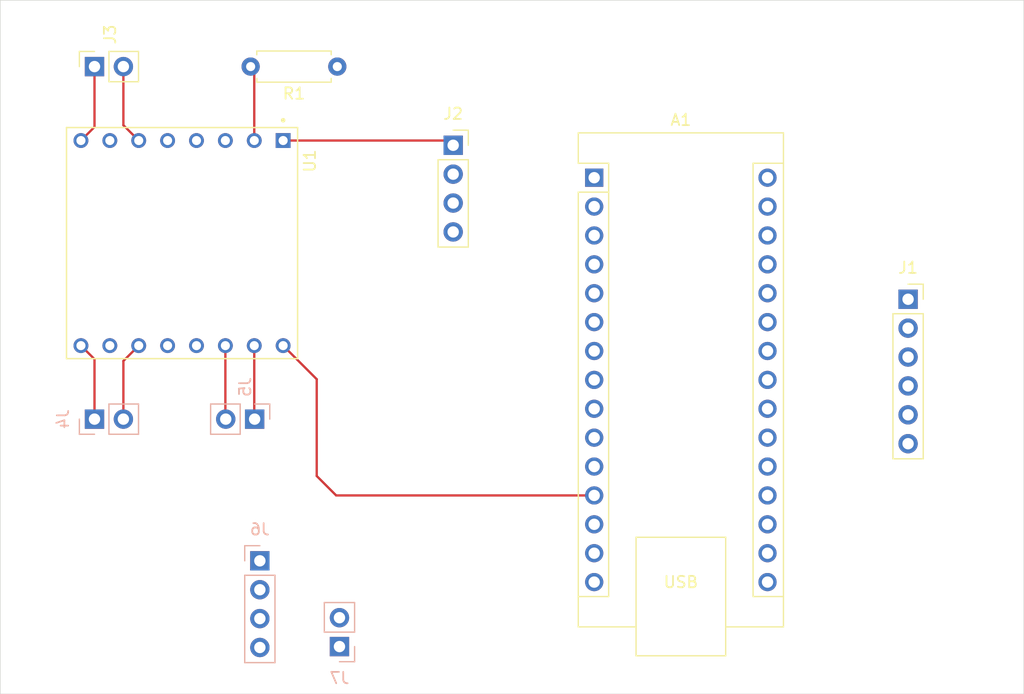
<source format=kicad_pcb>
(kicad_pcb (version 20241229) (generator "pcbnew") (generator_version "9.0")
  (title_block (title "driver assist") (date "2026-02-11") (rev "1.0") (company "ram ganesh k r"))
  (layers (0 "F.Cu" signal) (2 "B.Cu" signal) (13 "F.Paste" user) (15 "B.Paste" user) (5 "F.SilkS" user "F.Silkscreen") (7 "B.SilkS" user "B.Silkscreen") (1 "F.Mask" user) (3 "B.Mask" user) (25 "Edge.Cuts" user))
  (net 0 "")
  (net 2 "Net-(A1-D3)")
  (net 4 "Net-(A1-D2)")
  (net 5 "+3.3V")
  (net 7 "Net-(A1-D9)")
  (net 8 "Net-(A1-D5)")
  (net 10 "Net-(A1-D7)")
  (net 11 "Net-(A1-A4)")
  (net 12 "Net-(A1-A5)")
  (net 13 "Net-(A1-D11)")
  (net 14 "Net-(A1-D10)")
  (net 17 "Net-(A1-D8)")
  (net 21 "GND 1")
  (net 22 "+5V")
  (net 23 "GND 2")
  (net 25 "Net-(A1-D0{slash}RX)")
  (net 27 "Net-(A1-D1{slash}TX)")
  (net 28 "Net-(A1-D4)")
  (net 30 "Net-(A1-D6)")
  (net 31 "Net-(J3-Pin_1)")
  (net 32 "Net-(J3-Pin_2)")
  (net 33 "Net-(J4-Pin_2)")
  (net 34 "Net-(J4-Pin_1)")
  (net 35 "Net-(J5-Pin_2)")
  (net 36 "Net-(J5-Pin_1)")
  (net 37 "Net-(U1-RX)")
  (footprint "Connector_PinSocket_2.54mm:PinSocket_1x04_P2.54mm_Vertical" (layer "F.Cu") (at 147 80.92)
    (property "Reference" "J2" (at 0 -2.77 0) (layer "F.SilkS"))
    (property "Value" "NEO 6M GPS")
    (fp_line (start -1.33 1.27) (end -1.33 8.95) (stroke (width 0.12)) (layer "F.SilkS"))
    (fp_line (start -1.33 1.27) (end 1.33 1.27) (stroke (width 0.12)) (layer "F.SilkS"))
    (fp_line (start -1.33 8.95) (end 1.33 8.95) (stroke (width 0.12)) (layer "F.SilkS"))
    (fp_line (start 0 -1.33) (end 1.33 -1.33) (stroke (width 0.12)) (layer "F.SilkS"))
    (fp_line (start 1.33 -1.33) (end 1.33 0) (stroke (width 0.12)) (layer "F.SilkS"))
    (fp_line (start 1.33 1.27) (end 1.33 8.95) (stroke (width 0.12)) (layer "F.SilkS"))
    (pad "1" thru_hole rect (at 0 0) (size 1.7 1.7) (drill 1) (layers "*.Cu" "*.Mask") (net 22 "+5V"))
    (pad "2" thru_hole circle (at 0 2.54) (size 1.7 1.7) (drill 1) (layers "*.Cu" "*.Mask") (net 27 "Net-(A1-D1{slash}TX)"))
    (pad "3" thru_hole circle (at 0 5.08) (size 1.7 1.7) (drill 1) (layers "*.Cu" "*.Mask") (net 25 "Net-(A1-D0{slash}RX)"))
    (pad "4" thru_hole circle (at 0 7.62) (size 1.7 1.7) (drill 1) (layers "*.Cu" "*.Mask") (net 23 "GND 2"))
  )
  (footprint "Module:Arduino_Nano" (layer "F.Cu") (at 159.4 83.77)
    (property "Reference" "A1" (at 7.62 -5.08 0) (layer "F.SilkS"))
    (property "Value" "Arduino_Nano_v2.x")
    (fp_line (start -1.4 -3.94) (end -1.4 -1.27) (stroke (width 0.12)) (layer "F.SilkS"))
    (fp_line (start -1.4 1.27) (end -1.4 39.5) (stroke (width 0.12)) (layer "F.SilkS"))
    (fp_line (start -1.4 39.5) (end 3.68 39.5) (stroke (width 0.12)) (layer "F.SilkS"))
    (fp_line (start 1.27 -1.27) (end -1.4 -1.27) (stroke (width 0.12)) (layer "F.SilkS"))
    (fp_line (start 1.27 1.27) (end -1.4 1.27) (stroke (width 0.12)) (layer "F.SilkS"))
    (fp_line (start 1.27 1.27) (end 1.27 -1.27) (stroke (width 0.12)) (layer "F.SilkS"))
    (fp_line (start 1.27 1.27) (end 1.27 36.83) (stroke (width 0.12)) (layer "F.SilkS"))
    (fp_line (start 1.27 36.83) (end -1.4 36.83) (stroke (width 0.12)) (layer "F.SilkS"))
    (fp_line (start 3.68 31.62) (end 11.56 31.62) (stroke (width 0.12)) (layer "F.SilkS"))
    (fp_line (start 3.68 42.04) (end 3.68 31.62) (stroke (width 0.12)) (layer "F.SilkS"))
    (fp_line (start 11.56 31.62) (end 11.56 42.04) (stroke (width 0.12)) (layer "F.SilkS"))
    (fp_line (start 11.56 42.04) (end 3.68 42.04) (stroke (width 0.12)) (layer "F.SilkS"))
    (fp_line (start 13.97 -1.27) (end 13.97 36.83) (stroke (width 0.12)) (layer "F.SilkS"))
    (fp_line (start 13.97 -1.27) (end 16.64 -1.27) (stroke (width 0.12)) (layer "F.SilkS"))
    (fp_line (start 13.97 36.83) (end 16.64 36.83) (stroke (width 0.12)) (layer "F.SilkS"))
    (fp_line (start 16.64 -3.94) (end -1.4 -3.94) (stroke (width 0.12)) (layer "F.SilkS"))
    (fp_line (start 16.64 39.5) (end 11.56 39.5) (stroke (width 0.12)) (layer "F.SilkS"))
    (fp_line (start 16.64 39.5) (end 16.64 -3.94) (stroke (width 0.12)) (layer "F.SilkS"))
    (fp_text user "USB" (at 7.62 35.56 0) (layer "F.SilkS"))
    (pad "1" thru_hole rect (at 0 0) (size 1.6 1.6) (drill 1) (layers "*.Cu" "*.Mask") (net 27 "Net-(A1-D1{slash}TX)"))
    (pad "2" thru_hole oval (at 0 2.54) (size 1.6 1.6) (drill 1) (layers "*.Cu" "*.Mask") (net 25 "Net-(A1-D0{slash}RX)"))
    (pad "3" thru_hole oval (at 0 5.08) (size 1.6 1.6) (drill 1) (layers "*.Cu" "*.Mask"))
    (pad "4" thru_hole oval (at 0 7.62) (size 1.6 1.6) (drill 1) (layers "*.Cu" "*.Mask") (net 23 "GND 2"))
    (pad "5" thru_hole oval (at 0 10.16) (size 1.6 1.6) (drill 1) (layers "*.Cu" "*.Mask") (net 4 "Net-(A1-D2)"))
    (pad "6" thru_hole oval (at 0 12.7) (size 1.6 1.6) (drill 1) (layers "*.Cu" "*.Mask") (net 2 "Net-(A1-D3)"))
    (pad "7" thru_hole oval (at 0 15.24) (size 1.6 1.6) (drill 1) (layers "*.Cu" "*.Mask") (net 28 "Net-(A1-D4)"))
    (pad "8" thru_hole oval (at 0 17.78) (size 1.6 1.6) (drill 1) (layers "*.Cu" "*.Mask") (net 8 "Net-(A1-D5)"))
    (pad "9" thru_hole oval (at 0 20.32) (size 1.6 1.6) (drill 1) (layers "*.Cu" "*.Mask") (net 30 "Net-(A1-D6)"))
    (pad "10" thru_hole oval (at 0 22.86) (size 1.6 1.6) (drill 1) (layers "*.Cu" "*.Mask") (net 10 "Net-(A1-D7)"))
    (pad "11" thru_hole oval (at 0 25.4) (size 1.6 1.6) (drill 1) (layers "*.Cu" "*.Mask") (net 17 "Net-(A1-D8)"))
    (pad "12" thru_hole oval (at 0 27.94) (size 1.6 1.6) (drill 1) (layers "*.Cu" "*.Mask") (net 7 "Net-(A1-D9)"))
    (pad "13" thru_hole oval (at 0 30.48) (size 1.6 1.6) (drill 1) (layers "*.Cu" "*.Mask") (net 14 "Net-(A1-D10)"))
    (pad "14" thru_hole oval (at 0 33.02) (size 1.6 1.6) (drill 1) (layers "*.Cu" "*.Mask") (net 13 "Net-(A1-D11)"))
    (pad "15" thru_hole oval (at 0 35.56) (size 1.6 1.6) (drill 1) (layers "*.Cu" "*.Mask"))
    (pad "16" thru_hole oval (at 15.24 35.56) (size 1.6 1.6) (drill 1) (layers "*.Cu" "*.Mask"))
    (pad "17" thru_hole oval (at 15.24 33.02) (size 1.6 1.6) (drill 1) (layers "*.Cu" "*.Mask") (net 5 "+3.3V"))
    (pad "18" thru_hole oval (at 15.24 30.48) (size 1.6 1.6) (drill 1) (layers "*.Cu" "*.Mask"))
    (pad "19" thru_hole oval (at 15.24 27.94) (size 1.6 1.6) (drill 1) (layers "*.Cu" "*.Mask"))
    (pad "20" thru_hole oval (at 15.24 25.4) (size 1.6 1.6) (drill 1) (layers "*.Cu" "*.Mask"))
    (pad "21" thru_hole oval (at 15.24 22.86) (size 1.6 1.6) (drill 1) (layers "*.Cu" "*.Mask"))
    (pad "22" thru_hole oval (at 15.24 20.32) (size 1.6 1.6) (drill 1) (layers "*.Cu" "*.Mask"))
    (pad "23" thru_hole oval (at 15.24 17.78) (size 1.6 1.6) (drill 1) (layers "*.Cu" "*.Mask") (net 11 "Net-(A1-A4)"))
    (pad "24" thru_hole oval (at 15.24 15.24) (size 1.6 1.6) (drill 1) (layers "*.Cu" "*.Mask") (net 12 "Net-(A1-A5)"))
    (pad "25" thru_hole oval (at 15.24 12.7) (size 1.6 1.6) (drill 1) (layers "*.Cu" "*.Mask"))
    (pad "26" thru_hole oval (at 15.24 10.16) (size 1.6 1.6) (drill 1) (layers "*.Cu" "*.Mask"))
    (pad "27" thru_hole oval (at 15.24 7.62) (size 1.6 1.6) (drill 1) (layers "*.Cu" "*.Mask") (net 22 "+5V"))
    (pad "28" thru_hole oval (at 15.24 5.08) (size 1.6 1.6) (drill 1) (layers "*.Cu" "*.Mask"))
    (pad "29" thru_hole oval (at 15.24 2.54) (size 1.6 1.6) (drill 1) (layers "*.Cu" "*.Mask") (net 21 "GND 1"))
    (pad "30" thru_hole oval (at 15.24 0) (size 1.6 1.6) (drill 1) (layers "*.Cu" "*.Mask"))
  )
  (footprint "Connector_PinSocket_2.54mm:PinSocket_1x06_P2.54mm_Vertical" (layer "F.Cu") (at 187 94.46)
    (property "Reference" "J1" (at 0 -2.77 0) (layer "F.SilkS"))
    (property "Value" "APDS 9960")
    (fp_line (start -1.33 1.27) (end -1.33 14.03) (stroke (width 0.12)) (layer "F.SilkS"))
    (fp_line (start -1.33 1.27) (end 1.33 1.27) (stroke (width 0.12)) (layer "F.SilkS"))
    (fp_line (start -1.33 14.03) (end 1.33 14.03) (stroke (width 0.12)) (layer "F.SilkS"))
    (fp_line (start 0 -1.33) (end 1.33 -1.33) (stroke (width 0.12)) (layer "F.SilkS"))
    (fp_line (start 1.33 -1.33) (end 1.33 0) (stroke (width 0.12)) (layer "F.SilkS"))
    (fp_line (start 1.33 1.27) (end 1.33 14.03) (stroke (width 0.12)) (layer "F.SilkS"))
    (pad "1" thru_hole rect (at 0 0) (size 1.7 1.7) (drill 1) (layers "*.Cu" "*.Mask") (net 5 "+3.3V"))
    (pad "2" thru_hole circle (at 0 2.54) (size 1.7 1.7) (drill 1) (layers "*.Cu" "*.Mask") (net 21 "GND 1"))
    (pad "3" thru_hole circle (at 0 5.08) (size 1.7 1.7) (drill 1) (layers "*.Cu" "*.Mask") (net 22 "+5V"))
    (pad "4" thru_hole circle (at 0 7.62) (size 1.7 1.7) (drill 1) (layers "*.Cu" "*.Mask") (net 11 "Net-(A1-A4)"))
    (pad "5" thru_hole circle (at 0 10.16) (size 1.7 1.7) (drill 1) (layers "*.Cu" "*.Mask") (net 12 "Net-(A1-A5)"))
    (pad "6" thru_hole circle (at 0 12.7) (size 1.7 1.7) (drill 1) (layers "*.Cu" "*.Mask") (net 4 "Net-(A1-D2)"))
  )
  (footprint "Connector_PinSocket_2.54mm:PinSocket_1x02_P2.54mm_Vertical" (layer "F.Cu") (at 115.46 74 90)
    (property "Reference" "J3" (at 2.825 1.37 90) (layer "F.SilkS"))
    (property "Value" "Speaker")
    (fp_line (start 1.33 -1.33) (end 1.33 0) (stroke (width 0.12)) (layer "F.SilkS"))
    (fp_line (start 0 -1.33) (end 1.33 -1.33) (stroke (width 0.12)) (layer "F.SilkS"))
    (fp_line (start 1.33 1.27) (end 1.33 3.87) (stroke (width 0.12)) (layer "F.SilkS"))
    (fp_line (start -1.33 1.27) (end 1.33 1.27) (stroke (width 0.12)) (layer "F.SilkS"))
    (fp_line (start -1.33 1.27) (end -1.33 3.87) (stroke (width 0.12)) (layer "F.SilkS"))
    (fp_line (start -1.33 3.87) (end 1.33 3.87) (stroke (width 0.12)) (layer "F.SilkS"))
    (pad "1" thru_hole rect (at 0 0 90) (size 1.7 1.7) (drill 1) (layers "*.Cu" "*.Mask") (net 31 "Net-(J3-Pin_1)"))
    (pad "2" thru_hole circle (at 0 2.54 90) (size 1.7 1.7) (drill 1) (layers "*.Cu" "*.Mask") (net 32 "Net-(J3-Pin_2)"))
  )
  (footprint "DFR0299:MODULE_DFR0299" (layer "F.Cu") (at 123.158 89.52 -90)
    (property "Reference" "U1" (at -7.225 -11.235 90) (layer "F.SilkS"))
    (property "Value" "DFR0299")
    (fp_line (start -10.16 10.16) (end -10.16 -10.16) (stroke (width 0.127)) (layer "F.SilkS"))
    (fp_line (start 10.16 10.16) (end -10.16 10.16) (stroke (width 0.127)) (layer "F.SilkS"))
    (fp_line (start -10.16 -10.16) (end 10.16 -10.16) (stroke (width 0.127)) (layer "F.SilkS"))
    (fp_line (start 10.16 -10.16) (end 10.16 10.16) (stroke (width 0.127)) (layer "F.SilkS"))
    (fp_circle (center -10.8 -8.89) (end -10.7 -8.89) (stroke (width 0.2)) (fill no) (layer "F.SilkS"))
    (pad "1" thru_hole rect (at -9.017 -8.89 270) (size 1.308 1.308) (drill 0.8) (layers "*.Cu" "*.Mask") (net 22 "+5V"))
    (pad "2" thru_hole circle (at -9.017 -6.35 270) (size 1.308 1.308) (drill 0.8) (layers "*.Cu" "*.Mask") (net 37 "Net-(U1-RX)"))
    (pad "3" thru_hole circle (at -9.017 -3.81 270) (size 1.308 1.308) (drill 0.8) (layers "*.Cu" "*.Mask") (net 14 "Net-(A1-D10)"))
    (pad "4" thru_hole circle (at -9.017 -1.27 270) (size 1.308 1.308) (drill 0.8) (layers "*.Cu" "*.Mask"))
    (pad "5" thru_hole circle (at -9.017 1.27 270) (size 1.308 1.308) (drill 0.8) (layers "*.Cu" "*.Mask"))
    (pad "6" thru_hole circle (at -9.017 3.81 270) (size 1.308 1.308) (drill 0.8) (layers "*.Cu" "*.Mask") (net 32 "Net-(J3-Pin_2)"))
    (pad "7" thru_hole circle (at -9.017 6.35 270) (size 1.308 1.308) (drill 0.8) (layers "*.Cu" "*.Mask") (net 23 "GND 2"))
    (pad "8" thru_hole circle (at -9.017 8.89 270) (size 1.308 1.308) (drill 0.8) (layers "*.Cu" "*.Mask") (net 31 "Net-(J3-Pin_1)"))
    (pad "9" thru_hole circle (at 9.017 8.89 270) (size 1.308 1.308) (drill 0.8) (layers "*.Cu" "*.Mask") (net 34 "Net-(J4-Pin_1)"))
    (pad "10" thru_hole circle (at 9.017 6.35 270) (size 1.308 1.308) (drill 0.8) (layers "*.Cu" "*.Mask") (net 23 "GND 2"))
    (pad "11" thru_hole circle (at 9.017 3.81 270) (size 1.308 1.308) (drill 0.8) (layers "*.Cu" "*.Mask") (net 33 "Net-(J4-Pin_2)"))
    (pad "12" thru_hole circle (at 9.017 1.27 270) (size 1.308 1.308) (drill 0.8) (layers "*.Cu" "*.Mask"))
    (pad "13" thru_hole circle (at 9.017 -1.27 270) (size 1.308 1.308) (drill 0.8) (layers "*.Cu" "*.Mask"))
    (pad "14" thru_hole circle (at 9.017 -3.81 270) (size 1.308 1.308) (drill 0.8) (layers "*.Cu" "*.Mask") (net 35 "Net-(J5-Pin_2)"))
    (pad "15" thru_hole circle (at 9.017 -6.35 270) (size 1.308 1.308) (drill 0.8) (layers "*.Cu" "*.Mask") (net 36 "Net-(J5-Pin_1)"))
    (pad "16" thru_hole circle (at 9.017 -8.89 270) (size 1.308 1.308) (drill 0.8) (layers "*.Cu" "*.Mask") (net 7 "Net-(A1-D9)"))
  )
  (footprint "Resistor_THT:R_Axial_DIN0207_L6.3mm_D2.5mm_P7.62mm_Horizontal" (layer "F.Cu") (at 136.81 74 180)
    (property "Reference" "R1" (at 3.81 -2.37 0) (layer "F.SilkS"))
    (property "Value" "1K")
    (fp_line (start 7.08 1.37) (end 7.08 1.04) (stroke (width 0.12)) (layer "F.SilkS"))
    (fp_line (start 7.08 -1.37) (end 7.08 -1.04) (stroke (width 0.12)) (layer "F.SilkS"))
    (fp_line (start 0.54 1.37) (end 7.08 1.37) (stroke (width 0.12)) (layer "F.SilkS"))
    (fp_line (start 0.54 1.04) (end 0.54 1.37) (stroke (width 0.12)) (layer "F.SilkS"))
    (fp_line (start 0.54 -1.04) (end 0.54 -1.37) (stroke (width 0.12)) (layer "F.SilkS"))
    (fp_line (start 0.54 -1.37) (end 7.08 -1.37) (stroke (width 0.12)) (layer "F.SilkS"))
    (pad "1" thru_hole circle (at 0 0 180) (size 1.6 1.6) (drill 0.8) (layers "*.Cu" "*.Mask") (net 13 "Net-(A1-D11)"))
    (pad "2" thru_hole circle (at 7.62 0 180) (size 1.6 1.6) (drill 0.8) (layers "*.Cu" "*.Mask") (net 37 "Net-(U1-RX)"))
  )
  (footprint "Connector_PinSocket_2.54mm:PinSocket_1x02_P2.54mm_Vertical" (layer "B.Cu") (at 137 125)
    (property "Reference" "J7" (at 0 2.77 0) (layer "B.SilkS") (effects (justify mirror)))
    (property "Value" "unused_2")
    (fp_line (start -1.33 -3.87) (end 1.33 -3.87) (stroke (width 0.12)) (layer "B.SilkS"))
    (fp_line (start -1.33 -1.27) (end -1.33 -3.87) (stroke (width 0.12)) (layer "B.SilkS"))
    (fp_line (start -1.33 -1.27) (end 1.33 -1.27) (stroke (width 0.12)) (layer "B.SilkS"))
    (fp_line (start 0 1.33) (end 1.33 1.33) (stroke (width 0.12)) (layer "B.SilkS"))
    (fp_line (start 1.33 -1.27) (end 1.33 -3.87) (stroke (width 0.12)) (layer "B.SilkS"))
    (fp_line (start 1.33 1.33) (end 1.33 0) (stroke (width 0.12)) (layer "B.SilkS"))
    (pad "1" thru_hole rect (at 0 0) (size 1.7 1.7) (drill 1) (layers "*.Cu" "*.Mask") (net 17 "Net-(A1-D8)"))
    (pad "2" thru_hole circle (at 0 -2.54) (size 1.7 1.7) (drill 1) (layers "*.Cu" "*.Mask") (net 10 "Net-(A1-D7)"))
  )
  (footprint "Connector_PinSocket_2.54mm:PinSocket_1x02_P2.54mm_Vertical" (layer "B.Cu") (at 129.54 105 90)
    (property "Reference" "J5" (at 2.825 -0.83 90) (layer "B.SilkS") (effects (justify mirror)))
    (property "Value" "DFP USB")
    (fp_line (start -1.33 -3.87) (end 1.33 -3.87) (stroke (width 0.12)) (layer "B.SilkS"))
    (fp_line (start 1.33 -1.27) (end 1.33 -3.87) (stroke (width 0.12)) (layer "B.SilkS"))
    (fp_line (start -1.33 -1.27) (end -1.33 -3.87) (stroke (width 0.12)) (layer "B.SilkS"))
    (fp_line (start -1.33 -1.27) (end 1.33 -1.27) (stroke (width 0.12)) (layer "B.SilkS"))
    (fp_line (start 1.33 1.33) (end 1.33 0) (stroke (width 0.12)) (layer "B.SilkS"))
    (fp_line (start 0 1.33) (end 1.33 1.33) (stroke (width 0.12)) (layer "B.SilkS"))
    (pad "1" thru_hole rect (at 0 0 90) (size 1.7 1.7) (drill 1) (layers "*.Cu" "*.Mask") (net 36 "Net-(J5-Pin_1)"))
    (pad "2" thru_hole circle (at 0 -2.54 90) (size 1.7 1.7) (drill 1) (layers "*.Cu" "*.Mask") (net 35 "Net-(J5-Pin_2)"))
  )
  (footprint "Connector_PinSocket_2.54mm:PinSocket_1x02_P2.54mm_Vertical" (layer "B.Cu") (at 115.46 105 -90)
    (property "Reference" "J4" (at 0 2.77 90) (layer "B.SilkS") (effects (justify mirror)))
    (property "Value" "DFP IO")
    (fp_line (start 0 1.33) (end 1.33 1.33) (stroke (width 0.12)) (layer "B.SilkS"))
    (fp_line (start 1.33 1.33) (end 1.33 0) (stroke (width 0.12)) (layer "B.SilkS"))
    (fp_line (start -1.33 -1.27) (end 1.33 -1.27) (stroke (width 0.12)) (layer "B.SilkS"))
    (fp_line (start -1.33 -1.27) (end -1.33 -3.87) (stroke (width 0.12)) (layer "B.SilkS"))
    (fp_line (start 1.33 -1.27) (end 1.33 -3.87) (stroke (width 0.12)) (layer "B.SilkS"))
    (fp_line (start -1.33 -3.87) (end 1.33 -3.87) (stroke (width 0.12)) (layer "B.SilkS"))
    (pad "1" thru_hole rect (at 0 0 270) (size 1.7 1.7) (drill 1) (layers "*.Cu" "*.Mask") (net 34 "Net-(J4-Pin_1)"))
    (pad "2" thru_hole circle (at 0 -2.54 270) (size 1.7 1.7) (drill 1) (layers "*.Cu" "*.Mask") (net 33 "Net-(J4-Pin_2)"))
  )
  (footprint "Connector_PinSocket_2.54mm:PinSocket_1x04_P2.54mm_Vertical" (layer "B.Cu") (at 130 117.46 180)
    (property "Reference" "J6" (at 0 2.77 0) (layer "B.SilkS") (effects (justify mirror)))
    (property "Value" "unused")
    (fp_line (start 1.33 1.33) (end 1.33 0) (stroke (width 0.12)) (layer "B.SilkS"))
    (fp_line (start 1.33 -1.27) (end 1.33 -8.95) (stroke (width 0.12)) (layer "B.SilkS"))
    (fp_line (start 0 1.33) (end 1.33 1.33) (stroke (width 0.12)) (layer "B.SilkS"))
    (fp_line (start -1.33 -1.27) (end 1.33 -1.27) (stroke (width 0.12)) (layer "B.SilkS"))
    (fp_line (start -1.33 -1.27) (end -1.33 -8.95) (stroke (width 0.12)) (layer "B.SilkS"))
    (fp_line (start -1.33 -8.95) (end 1.33 -8.95) (stroke (width 0.12)) (layer "B.SilkS"))
    (pad "1" thru_hole rect (at 0 0 180) (size 1.7 1.7) (drill 1) (layers "*.Cu" "*.Mask") (net 30 "Net-(A1-D6)"))
    (pad "2" thru_hole circle (at 0 -2.54 180) (size 1.7 1.7) (drill 1) (layers "*.Cu" "*.Mask") (net 8 "Net-(A1-D5)"))
    (pad "3" thru_hole circle (at 0 -5.08 180) (size 1.7 1.7) (drill 1) (layers "*.Cu" "*.Mask") (net 28 "Net-(A1-D4)"))
    (pad "4" thru_hole circle (at 0 -7.62 180) (size 1.7 1.7) (drill 1) (layers "*.Cu" "*.Mask") (net 2 "Net-(A1-D3)"))
  )
  (gr_rect (start 107.175 68.17) (end 197.175 129.17) (stroke (width 0.05)) (fill no) (layer "Edge.Cuts"))
  (segment (start 136.71 111.71) (end 159.4 111.71) (width 0.2) (layer "F.Cu") (net 7))
  (segment (start 132.048 98.537) (end 135 101.489) (width 0.2) (layer "F.Cu") (net 7))
  (segment (start 135 110) (end 136.71 111.71) (width 0.2) (layer "F.Cu") (net 7))
  (segment (start 135 101.489) (end 135 110) (width 0.2) (layer "F.Cu") (net 7))
  (segment (start 132.048 80.503) (end 146.583 80.503) (width 0.2) (layer "F.Cu") (net 22))
  (segment (start 146.583 80.503) (end 147 80.92) (width 0.2) (layer "F.Cu") (net 22))
  (segment (start 115.46 79.311) (end 115.46 74) (width 0.2) (layer "F.Cu") (net 31))
  (segment (start 114.268 80.503) (end 115.46 79.311) (width 0.2) (layer "F.Cu") (net 31))
  (segment (start 119.348 80.503) (end 118 79.155) (width 0.2) (layer "F.Cu") (net 32))
  (segment (start 118 79.155) (end 118 74) (width 0.2) (layer "F.Cu") (net 32))
  (segment (start 118 99.885) (end 118 105) (width 0.2) (layer "F.Cu") (net 33))
  (segment (start 119.348 98.537) (end 118 99.885) (width 0.2) (layer "F.Cu") (net 33))
  (segment (start 114.268 98.537) (end 115.46 99.729) (width 0.2) (layer "F.Cu") (net 34))
  (segment (start 115.46 99.729) (end 115.46 105) (width 0.2) (layer "F.Cu") (net 34))
  (segment (start 126.968 104.968) (end 127 105) (width 0.2) (layer "F.Cu") (net 35))
  (segment (start 126.968 98.537) (end 126.968 104.968) (width 0.2) (layer "F.Cu") (net 35))
  (segment (start 129.508 98.537) (end 129.508 104.968) (width 0.2) (layer "F.Cu") (net 36))
  (segment (start 129.508 104.968) (end 129.54 105) (width 0.2) (layer "F.Cu") (net 36))
  (segment (start 129.508 80.503) (end 129.508 74.318) (width 0.2) (layer "F.Cu") (net 37))
  (segment (start 129.508 74.318) (end 129.19 74) (width 0.2) (layer "F.Cu") (net 37))
)
</source>
